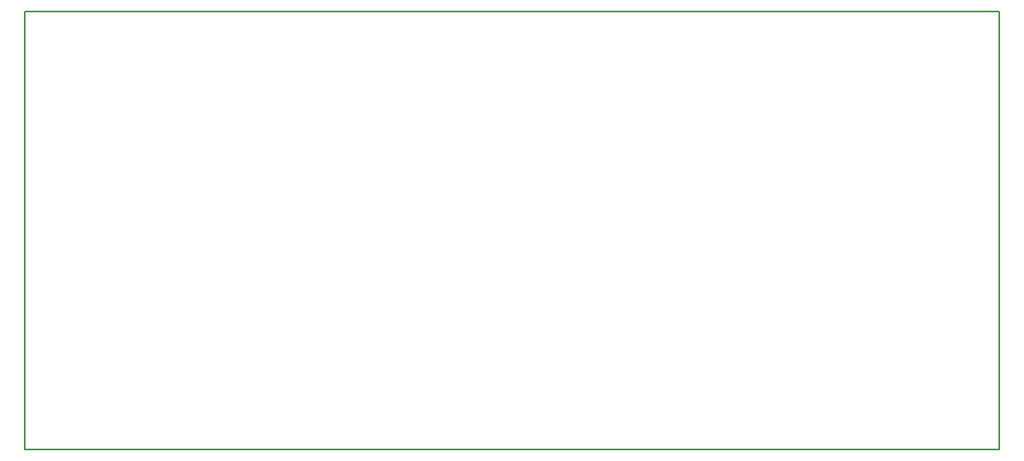
<source format=gbr>
G04 #@! TF.GenerationSoftware,KiCad,Pcbnew,(5.0.0-rc2-dev-647-g0f5eb421b)*
G04 #@! TF.CreationDate,2018-05-07T01:31:26+02:00*
G04 #@! TF.ProjectId,monochromator,6D6F6E6F6368726F6D61746F722E6B69,rev?*
G04 #@! TF.SameCoordinates,Original*
G04 #@! TF.FileFunction,Profile,NP*
%FSLAX46Y46*%
G04 Gerber Fmt 4.6, Leading zero omitted, Abs format (unit mm)*
G04 Created by KiCad (PCBNEW (5.0.0-rc2-dev-647-g0f5eb421b)) date 05/07/18 01:31:26*
%MOMM*%
%LPD*%
G01*
G04 APERTURE LIST*
%ADD10C,0.150000*%
G04 APERTURE END LIST*
D10*
X100000000Y-105000000D02*
X100000000Y-60000000D01*
X200000000Y-105000000D02*
X100000000Y-105000000D01*
X200000000Y-60000000D02*
X200000000Y-105000000D01*
X100000000Y-60000000D02*
X200000000Y-60000000D01*
M02*

</source>
